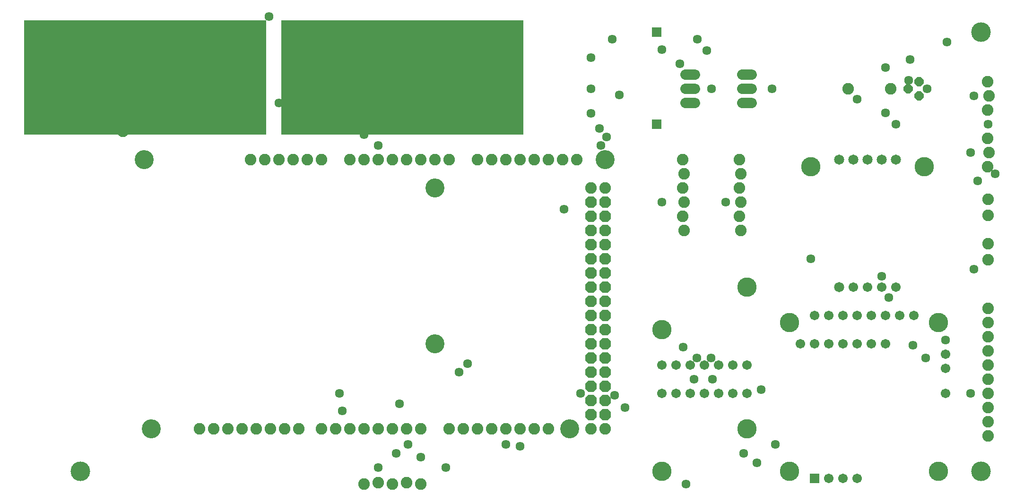
<source format=gbs>
G75*
%MOIN*%
%OFA0B0*%
%FSLAX25Y25*%
%IPPOS*%
%LPD*%
%AMOC8*
5,1,8,0,0,1.08239X$1,22.5*
%
%ADD10R,0.08800X0.08800*%
%ADD11C,0.08800*%
%ADD12R,0.06743X0.06743*%
%ADD13R,1.70500X0.81000*%
%ADD14C,0.08200*%
%ADD15OC8,0.08200*%
%ADD16C,0.13398*%
%ADD17OC8,0.06400*%
%ADD18C,0.13650*%
%ADD19C,0.06743*%
%ADD20C,0.07200*%
%ADD21C,0.07137*%
%ADD22C,0.13800*%
%ADD23C,0.06340*%
D10*
X0060842Y0282000D03*
D11*
X0060842Y0266820D03*
D12*
X0140842Y0266300D03*
X0140842Y0331300D03*
X0295842Y0331300D03*
X0322092Y0331300D03*
X0322092Y0266300D03*
X0295842Y0266300D03*
X0477092Y0266300D03*
X0477092Y0331300D03*
X0588342Y0016300D03*
D13*
X0297842Y0299300D03*
X0116592Y0299300D03*
D14*
X0100842Y0301300D03*
X0100842Y0291300D03*
X0100842Y0261300D03*
X0190842Y0241300D03*
X0200842Y0241300D03*
X0210842Y0241300D03*
X0220842Y0241300D03*
X0230842Y0241300D03*
X0240842Y0241300D03*
X0260842Y0241300D03*
X0270842Y0241300D03*
X0280842Y0241300D03*
X0290842Y0241300D03*
X0300842Y0241300D03*
X0310842Y0241300D03*
X0320842Y0241300D03*
X0330842Y0241300D03*
X0350842Y0241300D03*
X0360842Y0241300D03*
X0370842Y0241300D03*
X0380842Y0241300D03*
X0390842Y0241300D03*
X0400842Y0241300D03*
X0410842Y0241300D03*
X0420842Y0241300D03*
X0430842Y0221300D03*
X0440842Y0221300D03*
X0495342Y0221300D03*
X0496342Y0211300D03*
X0495342Y0201300D03*
X0496342Y0191300D03*
X0536342Y0191300D03*
X0535342Y0201300D03*
X0536342Y0211300D03*
X0535342Y0221300D03*
X0536342Y0231300D03*
X0535342Y0241300D03*
X0496342Y0231300D03*
X0495342Y0241300D03*
X0612092Y0291300D03*
X0642092Y0291300D03*
X0710342Y0296300D03*
X0711342Y0286300D03*
X0710342Y0276300D03*
X0710342Y0256300D03*
X0711342Y0246300D03*
X0710342Y0236300D03*
X0710842Y0213250D03*
X0710842Y0201850D03*
X0710842Y0182000D03*
X0710842Y0170600D03*
X0710842Y0136300D03*
X0710842Y0126300D03*
X0710842Y0116300D03*
X0710842Y0106300D03*
X0710842Y0096300D03*
X0710842Y0086300D03*
X0710842Y0076300D03*
X0710842Y0066300D03*
X0710842Y0056300D03*
X0710842Y0046300D03*
X0440842Y0051300D03*
X0430842Y0051300D03*
X0400842Y0051300D03*
X0390842Y0051300D03*
X0380842Y0051300D03*
X0370842Y0051300D03*
X0360842Y0051300D03*
X0350842Y0051300D03*
X0340842Y0051300D03*
X0330842Y0051300D03*
X0310842Y0051300D03*
X0300842Y0051300D03*
X0290842Y0051300D03*
X0280842Y0051300D03*
X0270842Y0051300D03*
X0260842Y0051300D03*
X0250842Y0051300D03*
X0240842Y0051300D03*
X0224842Y0051300D03*
X0214842Y0051300D03*
X0204842Y0051300D03*
X0194842Y0051300D03*
X0184842Y0051300D03*
X0174842Y0051300D03*
X0164842Y0051300D03*
X0154842Y0051300D03*
X0270842Y0012050D03*
X0280842Y0013050D03*
X0290842Y0012050D03*
X0300842Y0013050D03*
X0310842Y0012050D03*
X0100842Y0331300D03*
D15*
X0430842Y0211300D03*
X0440842Y0211300D03*
X0440842Y0201300D03*
X0430842Y0201300D03*
X0430842Y0191300D03*
X0440842Y0191300D03*
X0440842Y0181300D03*
X0430842Y0181300D03*
X0430842Y0171300D03*
X0440842Y0171300D03*
X0440842Y0161300D03*
X0430842Y0161300D03*
X0430842Y0151300D03*
X0440842Y0151300D03*
X0440842Y0141300D03*
X0430842Y0141300D03*
X0430842Y0131300D03*
X0440842Y0131300D03*
X0440842Y0121300D03*
X0430842Y0121300D03*
X0430842Y0111300D03*
X0440842Y0111300D03*
X0440842Y0101300D03*
X0430842Y0101300D03*
X0430842Y0091300D03*
X0440842Y0091300D03*
X0440842Y0081300D03*
X0430842Y0081300D03*
X0430842Y0071300D03*
X0440842Y0071300D03*
X0440842Y0061300D03*
X0430842Y0061300D03*
D16*
X0415842Y0051300D03*
X0320842Y0111300D03*
X0120842Y0051300D03*
X0320842Y0221300D03*
X0440842Y0241300D03*
X0115842Y0241300D03*
D17*
X0654592Y0291300D03*
X0662092Y0286300D03*
X0662092Y0296300D03*
D18*
X0665842Y0236300D03*
X0585842Y0236300D03*
X0540842Y0151300D03*
X0570842Y0126300D03*
X0480842Y0121300D03*
X0540842Y0051300D03*
X0570842Y0021300D03*
X0480842Y0021300D03*
X0675842Y0021300D03*
X0675842Y0126300D03*
D19*
X0658342Y0131300D03*
X0648342Y0131300D03*
X0638342Y0131300D03*
X0628342Y0131300D03*
X0618342Y0131300D03*
X0608342Y0131300D03*
X0598342Y0131300D03*
X0588342Y0131300D03*
X0588342Y0111300D03*
X0578342Y0111300D03*
X0598342Y0111300D03*
X0608342Y0111300D03*
X0618342Y0111300D03*
X0628342Y0111300D03*
X0638342Y0111300D03*
X0680842Y0103800D03*
X0680842Y0093800D03*
X0680842Y0076300D03*
X0618342Y0016300D03*
X0608342Y0016300D03*
X0598342Y0016300D03*
X0540842Y0076300D03*
X0530842Y0076300D03*
X0520842Y0076300D03*
X0510842Y0076300D03*
X0500842Y0076300D03*
X0490842Y0076300D03*
X0480842Y0076300D03*
X0480842Y0096300D03*
X0490842Y0096300D03*
X0500842Y0096300D03*
X0510842Y0096300D03*
X0520842Y0096300D03*
X0530842Y0096300D03*
X0540842Y0096300D03*
X0615842Y0151300D03*
X0625842Y0151300D03*
X0635842Y0151300D03*
X0645842Y0151300D03*
D20*
X0544042Y0281300D02*
X0537642Y0281300D01*
X0537642Y0291300D02*
X0544042Y0291300D01*
X0544042Y0301300D02*
X0537642Y0301300D01*
X0504042Y0301300D02*
X0497642Y0301300D01*
X0497642Y0291300D02*
X0504042Y0291300D01*
X0504042Y0281300D02*
X0497642Y0281300D01*
D21*
X0605842Y0241300D03*
X0615842Y0241300D03*
X0625842Y0241300D03*
X0635842Y0241300D03*
X0645842Y0241300D03*
X0605842Y0151300D03*
D22*
X0070842Y0021300D03*
X0070842Y0331300D03*
X0705842Y0331300D03*
X0705842Y0021300D03*
D23*
X0698342Y0076300D03*
X0666842Y0101300D03*
X0657842Y0110300D03*
X0680842Y0113800D03*
X0640842Y0143800D03*
X0635842Y0158800D03*
X0585842Y0171300D03*
X0525842Y0211300D03*
X0480842Y0211300D03*
X0411842Y0206300D03*
X0437842Y0251300D03*
X0441842Y0257300D03*
X0436842Y0263300D03*
X0430842Y0273800D03*
X0450842Y0286820D03*
X0430842Y0291300D03*
X0430842Y0313280D03*
X0445842Y0326300D03*
X0480842Y0318800D03*
X0493342Y0308800D03*
X0512586Y0318044D03*
X0505842Y0326300D03*
X0515842Y0291300D03*
X0558342Y0291300D03*
X0618342Y0283800D03*
X0638342Y0274070D03*
X0645842Y0266300D03*
X0667822Y0291300D03*
X0654842Y0297300D03*
X0638342Y0306300D03*
X0655842Y0311820D03*
X0681842Y0324300D03*
X0700842Y0286300D03*
X0710842Y0266300D03*
X0698342Y0246300D03*
X0715842Y0231300D03*
X0703342Y0226300D03*
X0700842Y0163800D03*
X0550842Y0078800D03*
X0516362Y0086300D03*
X0503342Y0086300D03*
X0505331Y0101030D03*
X0515331Y0101030D03*
X0495842Y0108800D03*
X0447439Y0074703D03*
X0454842Y0066300D03*
X0423342Y0076300D03*
X0370842Y0040300D03*
X0380842Y0038800D03*
X0328342Y0023800D03*
X0310842Y0031300D03*
X0301939Y0040203D03*
X0293342Y0033800D03*
X0280842Y0023800D03*
X0255322Y0063800D03*
X0253342Y0076300D03*
X0295842Y0068800D03*
X0337842Y0091300D03*
X0343842Y0097300D03*
X0497842Y0012300D03*
X0538342Y0033800D03*
X0547842Y0027300D03*
X0560842Y0040300D03*
X0280842Y0251300D03*
X0270842Y0258800D03*
X0210842Y0281300D03*
X0280842Y0336300D03*
X0203842Y0342300D03*
X0341362Y0271300D03*
X0343342Y0291300D03*
M02*

</source>
